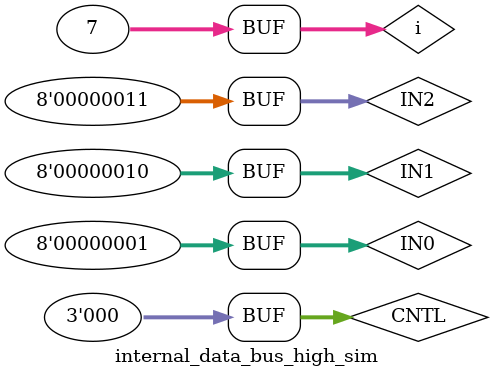
<source format=v>
`timescale 1ns / 1ps


module internal_data_bus_high_sim(

    );
    reg [7:0] IN0,IN1,IN2;
    reg [2:0] CNTL;
    wire[7:0] OUT;
    
    integer i;
    
    internal_address_bus_high DUT(.CNTL(CNTL), 
    .IN0(IN0), .IN1(IN1), .IN2(IN2), .OUT(OUT));
    
    initial
    begin
        CNTL = 0;
        IN0 = 1;
        IN1 = 2;
        IN2 = 3;
        for (i = 0; i < 7; i = i+1)
        begin
            #1 CNTL = (i % 2) * (2**(i/2));
        end
    end 
endmodule

</source>
